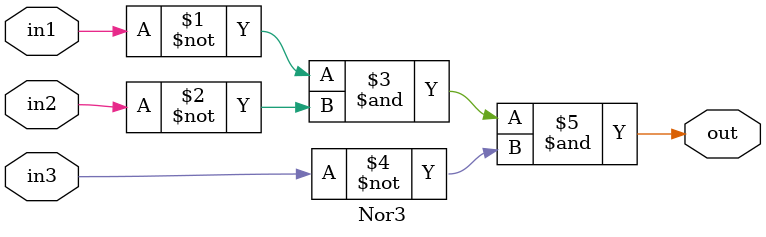
<source format=sv>
module CascadeNor(
    input  wire a,
    input  wire b,
    input  wire c,
    output wire y1,
    output wire y2
);

    wire ab_nor_out;

    // Submodule: Nor2
    // Function: 2-input NOR logic, used for y1
    Nor2 u_nor2 (
        .in1(a),
        .in2(b),
        .out(ab_nor_out)
    );
    assign y1 = ab_nor_out;

    // Submodule: Nor3
    // Function: 3-input NOR logic, used for y2
    Nor3 u_nor3 (
        .in1(a),
        .in2(b),
        .in3(c),
        .out(y2)
    );

endmodule

// Nor2: 2-input NOR gate submodule
module Nor2(
    input  wire in1,
    input  wire in2,
    output wire out
);
    assign out = (~in1) & (~in2);
endmodule

// Nor3: 3-input NOR-equivalent logic submodule
module Nor3(
    input  wire in1,
    input  wire in2,
    input  wire in3,
    output wire out
);
    assign out = (~in1) & (~in2) & (~in3);
endmodule
</source>
